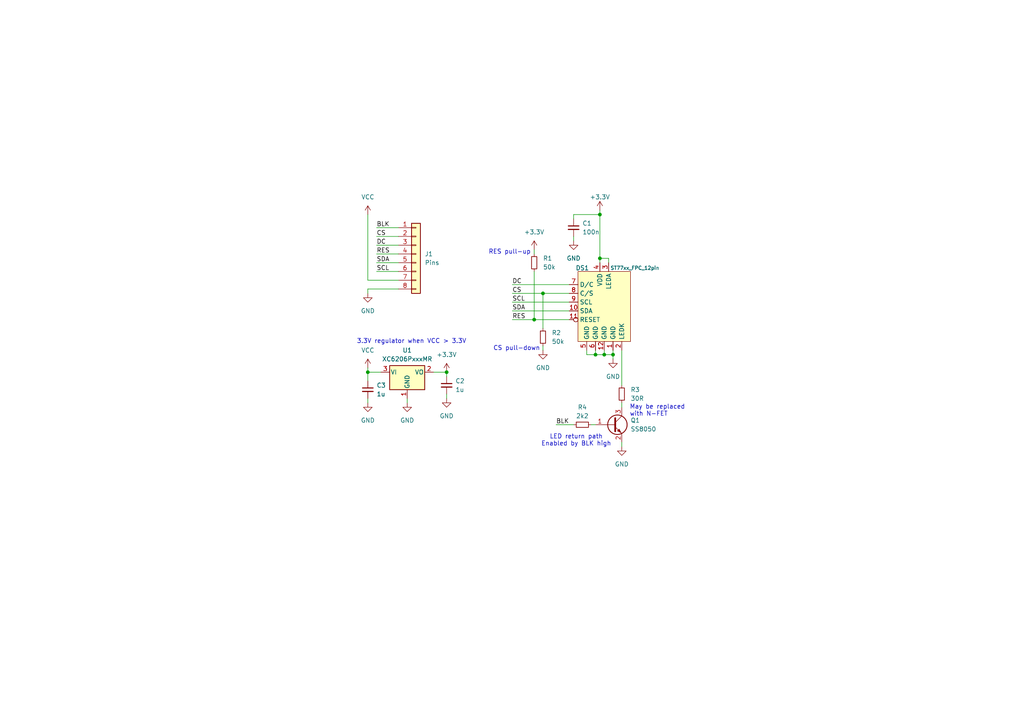
<source format=kicad_sch>
(kicad_sch (version 20250114) (generator "eeschema") (generator_version "9.0")
  (paper "A4")
  (lib_symbols
    (symbol "Connector_Generic:Conn_01x08" (pin_names (offset 1.016) (hide yes))
      (property "Reference" "J" (at 0 10.16 0))
      (property "Value" "Conn_01x08" (at 0 -12.7 0))
      (symbol "Conn_01x08_1_1"
        (rectangle (start -1.27 8.89) (end 1.27 -11.43) (stroke (width 0.254)) (fill (type background)))
        (rectangle (start -1.27 7.747) (end 0 7.493) (stroke (width 0.1524)))
        (rectangle (start -1.27 5.207) (end 0 4.953) (stroke (width 0.1524)))
        (rectangle (start -1.27 2.667) (end 0 2.413) (stroke (width 0.1524)))
        (rectangle (start -1.27 0.127) (end 0 -0.127) (stroke (width 0.1524)))
        (rectangle (start -1.27 -2.413) (end 0 -2.667) (stroke (width 0.1524)))
        (rectangle (start -1.27 -4.953) (end 0 -5.207) (stroke (width 0.1524)))
        (rectangle (start -1.27 -7.493) (end 0 -7.747) (stroke (width 0.1524)))
        (rectangle (start -1.27 -10.033) (end 0 -10.287) (stroke (width 0.1524)))
        (pin passive line (at -5.08 7.62 0) (length 3.81) (name "Pin_1") (number "1"))
        (pin passive line (at -5.08 5.08 0) (length 3.81) (name "Pin_2") (number "2"))
        (pin passive line (at -5.08 2.54 0) (length 3.81) (name "Pin_3") (number "3"))
        (pin passive line (at -5.08 0 0) (length 3.81) (name "Pin_4") (number "4"))
        (pin passive line (at -5.08 -2.54 0) (length 3.81) (name "Pin_5") (number "5"))
        (pin passive line (at -5.08 -5.08 0) (length 3.81) (name "Pin_6") (number "6"))
        (pin passive line (at -5.08 -7.62 0) (length 3.81) (name "Pin_7") (number "7"))
        (pin passive line (at -5.08 -10.16 0) (length 3.81) (name "Pin_8") (number "8"))
      )
    )
    (symbol "Device:C_Small" (pin_numbers (hide yes)) (pin_names (offset 0.254) (hide yes))
      (property "Reference" "C" (at 0.254 1.778 0))
      (property "Value" "C_Small" (at 0.254 -2.032 0))
      (symbol "C_Small_0_1"
        (polyline (pts (xy -1.524 0.508) (xy 1.524 0.508)) (stroke (width 0.3048)))
        (polyline (pts (xy -1.524 -0.508) (xy 1.524 -0.508)) (stroke (width 0.3302)))
      )
      (symbol "C_Small_1_1"
        (pin passive line (at 0 2.54 270) (length 2.032) (name "~") (number "1"))
        (pin passive line (at 0 -2.54 90) (length 2.032) (name "~") (number "2"))
      )
    )
    (symbol "Device:R_Small" (pin_numbers (hide yes)) (pin_names (offset 0.254) (hide yes))
      (property "Reference" "R" (at 0.762 0.508 0))
      (property "Value" "R_Small" (at 0.762 -1.016 0))
      (symbol "R_Small_0_1"
        (rectangle (start -0.762 1.778) (end 0.762 -1.778) (stroke (width 0.2032)))
      )
      (symbol "R_Small_1_1"
        (pin passive line (at 0 2.54 270) (length 0.762) (name "~") (number "1"))
        (pin passive line (at 0 -2.54 90) (length 0.762) (name "~") (number "2"))
      )
    )
    (symbol "Regulator_Linear:XC6206PxxxMR" (pin_names (offset 0.254))
      (property "Reference" "U" (at -3.81 3.175 0))
      (property "Value" "XC6206PxxxMR" (at 0 3.175 0))
      (symbol "XC6206PxxxMR_0_1"
        (rectangle (start -5.08 1.905) (end 5.08 -5.08) (stroke (width 0.254)) (fill (type background)))
      )
      (symbol "XC6206PxxxMR_1_1"
        (pin power_in line (at -7.62 0 0) (length 2.54) (name "VI") (number "3"))
        (pin power_in line (at 0 -7.62 90) (length 2.54) (name "GND") (number "1"))
        (pin power_out line (at 7.62 0 180) (length 2.54) (name "VO") (number "2"))
      )
    )
    (symbol "ST77xx_FPC:ST77xx_FPC_12pin"
      (property "Reference" "DS" (at -6.35 11.176 0))
      (property "Value" "ST77xx_FPC_12pin" (at 8.89 11.176 0))
      (symbol "ST77xx_FPC_12pin_1_1"
        (rectangle (start -7.62 10.16) (end 7.62 -10.16) (fill (type background)))
        (pin input line (at -10.16 6.35 0) (length 2.54) (name "D/C") (number "7"))
        (pin input line (at -10.16 3.81 0) (length 2.54) (name "C/S") (number "8"))
        (pin input line (at -10.16 1.27 0) (length 2.54) (name "SCL") (number "9"))
        (pin input line (at -10.16 -1.27 0) (length 2.54) (name "SDA") (number "10"))
        (pin input inverted (at -10.16 -3.81 0) (length 2.54) (name "RESET") (number "11"))
        (pin power_in line (at -5.08 -12.7 90) (length 2.54) (name "GND") (number "5"))
        (pin power_in line (at -2.54 -12.7 90) (length 2.54) (name "GND") (number "6"))
        (pin power_in line (at -1.27 12.7 270) (length 2.54) (name "VDD") (number "4"))
        (pin power_in line (at 0 -12.7 90) (length 2.54) (name "GND") (number "12"))
        (pin power_in line (at 1.27 12.7 270) (length 2.54) (name "LEDA") (number "3"))
        (pin power_in line (at 2.54 -12.7 90) (length 2.54) (name "GND") (number "1"))
        (pin passive line (at 5.08 -12.7 90) (length 2.54) (name "LEDK") (number "2"))
      )
    )
    (symbol "Transistor_BJT:SS8050" (pin_names (offset 0) (hide yes))
      (property "Reference" "Q" (at 5.08 1.905 0))
      (property "Value" "SS8050" (at 5.08 0 0))
      (symbol "SS8050_0_1"
        (polyline (pts (xy -2.54 0) (xy 0.635 0)))
        (polyline (pts (xy 0.635 1.905) (xy 0.635 -1.905)) (stroke (width 0.508)))
        (circle (center 1.27 0) (radius 2.8194) (stroke (width 0.254)))
      )
      (symbol "SS8050_1_1"
        (polyline (pts (xy 0.635 0.635) (xy 2.54 2.54)))
        (polyline (pts (xy 0.635 -0.635) (xy 2.54 -2.54)))
        (polyline (pts (xy 1.27 -1.778) (xy 1.778 -1.27) (xy 2.286 -2.286) (xy 1.27 -1.778)) (fill (type outline)))
        (pin input line (at -5.08 0 0) (length 2.54) (name "B") (number "1"))
        (pin passive line (at 2.54 5.08 270) (length 2.54) (name "C") (number "3"))
        (pin passive line (at 2.54 -5.08 90) (length 2.54) (name "E") (number "2"))
      )
    )
    (symbol "power:+3.3V" (power) (pin_names (offset 0))
      (property "Value" "+3.3V" (at 0 3.556 0))
      (symbol "+3.3V_0_1"
        (polyline (pts (xy -0.762 1.27) (xy 0 2.54)))
        (polyline (pts (xy 0 2.54) (xy 0.762 1.27)))
        (polyline (pts (xy 0 0) (xy 0 2.54)))
      )
      (symbol "+3.3V_1_1"
        (pin power_in line (at 0 0 90) (length 0) (hide yes) (name "+3.3V") (number "1"))
      )
    )
    (symbol "power:GND" (power) (pin_names (offset 0))
      (property "Value" "GND" (at 0 -3.81 0))
      (symbol "GND_0_1"
        (polyline (pts (xy 0 0) (xy 0 -1.27) (xy 1.27 -1.27) (xy 0 -2.54) (xy -1.27 -1.27) (xy 0 -1.27)))
      )
      (symbol "GND_1_1"
        (pin power_in line (at 0 0 270) (length 0) (hide yes) (name "GND") (number "1"))
      )
    )
    (symbol "power:VCC" (power) (pin_numbers (hide yes)) (pin_names (offset 0) (hide yes))
      (property "Value" "VCC" (at 0 3.556 0))
      (symbol "VCC_0_1"
        (polyline (pts (xy -0.762 1.27) (xy 0 2.54)))
        (polyline (pts (xy 0 2.54) (xy 0.762 1.27)))
        (polyline (pts (xy 0 0) (xy 0 2.54)))
      )
      (symbol "VCC_1_1"
        (pin power_in line (at 0 0 90) (length 0) (name "~") (number "1"))
      )
    )
  )
  (text "RES pull-up" (at 147.828 73.152 0) (effects (font (size 1.27 1.27))))
  (text "LED return path\nEnabled by BLK high" (at 167.132 127.762 0) (effects (font (size 1.27 1.27))))
  (text "May be replaced \nwith N-FET" (at 182.626 119.126 0) (effects (font (size 1.27 1.27)) (justify left)))
  (text "CS pull-down" (at 149.86 101.092 0) (effects (font (size 1.27 1.27))))
  (text "3.3V regulator when VCC > 3.3V" (at 119.38 99.06 0) (effects (font (size 1.27 1.27))))
  (junction (at 172.72 102.87))
  (junction (at 175.26 102.87))
  (junction (at 154.94 92.71))
  (junction (at 157.48 85.09))
  (junction (at 177.8 102.87))
  (junction (at 129.54 107.95))
  (junction (at 106.68 107.95))
  (junction (at 173.99 62.23))
  (junction (at 173.99 74.93))
  (wire (pts (xy 176.53 74.93) (xy 176.53 76.2)))
  (wire (pts (xy 157.48 85.09) (xy 165.1 85.09)))
  (wire (pts (xy 166.37 63.5) (xy 166.37 62.23)))
  (wire (pts (xy 154.94 72.39) (xy 154.94 73.66)))
  (wire (pts (xy 109.22 68.58) (xy 115.57 68.58)))
  (wire (pts (xy 106.68 83.82) (xy 115.57 83.82)))
  (wire (pts (xy 180.34 101.6) (xy 180.34 111.76)))
  (wire (pts (xy 106.68 106.68) (xy 106.68 107.95)))
  (wire (pts (xy 109.22 76.2) (xy 115.57 76.2)))
  (wire (pts (xy 109.22 66.04) (xy 115.57 66.04)))
  (wire (pts (xy 106.68 107.95) (xy 110.49 107.95)))
  (wire (pts (xy 173.99 62.23) (xy 173.99 74.93)))
  (wire (pts (xy 165.1 82.55) (xy 148.59 82.55)))
  (wire (pts (xy 166.37 69.85) (xy 166.37 68.58)))
  (wire (pts (xy 129.54 107.95) (xy 129.54 109.22)))
  (wire (pts (xy 166.37 62.23) (xy 173.99 62.23)))
  (wire (pts (xy 157.48 85.09) (xy 157.48 95.25)))
  (wire (pts (xy 165.1 90.17) (xy 148.59 90.17)))
  (wire (pts (xy 148.59 92.71) (xy 154.94 92.71)))
  (wire (pts (xy 106.68 115.57) (xy 106.68 116.84)))
  (wire (pts (xy 173.99 74.93) (xy 176.53 74.93)))
  (wire (pts (xy 157.48 100.33) (xy 157.48 101.6)))
  (wire (pts (xy 154.94 92.71) (xy 165.1 92.71)))
  (wire (pts (xy 180.34 116.84) (xy 180.34 118.11)))
  (wire (pts (xy 172.72 101.6) (xy 172.72 102.87)))
  (wire (pts (xy 171.45 123.19) (xy 172.72 123.19)))
  (wire (pts (xy 109.22 78.74) (xy 115.57 78.74)))
  (wire (pts (xy 106.68 81.28) (xy 115.57 81.28)))
  (wire (pts (xy 109.22 73.66) (xy 115.57 73.66)))
  (wire (pts (xy 170.18 102.87) (xy 170.18 101.6)))
  (wire (pts (xy 106.68 62.23) (xy 106.68 81.28)))
  (wire (pts (xy 161.29 123.19) (xy 166.37 123.19)))
  (wire (pts (xy 175.26 102.87) (xy 175.26 101.6)))
  (wire (pts (xy 173.99 60.96) (xy 173.99 62.23)))
  (wire (pts (xy 106.68 85.09) (xy 106.68 83.82)))
  (wire (pts (xy 172.72 102.87) (xy 170.18 102.87)))
  (wire (pts (xy 173.99 74.93) (xy 173.99 76.2)))
  (wire (pts (xy 177.8 102.87) (xy 177.8 104.14)))
  (wire (pts (xy 129.54 114.3) (xy 129.54 115.57)))
  (wire (pts (xy 177.8 102.87) (xy 175.26 102.87)))
  (wire (pts (xy 177.8 102.87) (xy 177.8 101.6)))
  (wire (pts (xy 148.59 85.09) (xy 157.48 85.09)))
  (wire (pts (xy 125.73 107.95) (xy 129.54 107.95)))
  (wire (pts (xy 118.11 115.57) (xy 118.11 116.84)))
  (wire (pts (xy 172.72 102.87) (xy 175.26 102.87)))
  (wire (pts (xy 109.22 71.12) (xy 115.57 71.12)))
  (wire (pts (xy 106.68 107.95) (xy 106.68 110.49)))
  (wire (pts (xy 165.1 87.63) (xy 148.59 87.63)))
  (wire (pts (xy 154.94 78.74) (xy 154.94 92.71)))
  (wire (pts (xy 180.34 128.27) (xy 180.34 129.54)))
  (label "SDA" (at 109.22 76.2 0))
  (label "BLK" (at 109.22 66.04 0))
  (label "SDA" (at 148.59 90.17 0))
  (label "SCL" (at 148.59 87.63 0))
  (label "DC" (at 109.22 71.12 0))
  (label "RES" (at 109.22 73.66 0))
  (label "BLK" (at 161.29 123.19 0))
  (label "CS" (at 148.59 85.09 0))
  (label "RES" (at 148.59 92.71 0))
  (label "CS" (at 109.22 68.58 0))
  (label "DC" (at 148.59 82.55 0))
  (label "SCL" (at 109.22 78.74 0))
  (symbol (lib_id "power:+3.3V") (at 173.99 60.96 0) (unit 1)
    (property "Reference" "#PWR01" (effects (hide yes)))
    (property "Value" "+3.3V" (at 173.99 57.15 0))
  )
  (symbol (lib_id "power:GND") (at 118.11 116.84 0) (unit 1)
    (property "Reference" "#PWR011" (effects (hide yes)))
    (property "Value" "GND" (at 118.11 121.92 0))
  )
  (symbol (lib_id "ST77xx_FPC:ST77xx_FPC_12pin") (at 175.26 88.9 0) (unit 1)
    (property "Reference" "DS1" (at 168.91 77.724 0))
    (property "Value" "ST77xx_FPC_12pin" (at 184.15 77.724 0) (effects (font (size 1.016 1.016))))
    (property "Footprint" "ST77xx_FPC:ST77XX_FPC_12pin_0.8mm_Solder" (effects (hide yes)))
    (property "Description" "ST77xx display FPC/FFC 12pin connector" (effects (hide yes)))
  )
  (symbol (lib_id "Device:R_Small") (at 168.91 123.19 90) (unit 1)
    (property "Reference" "R4" (at 168.91 118.11 90))
    (property "Value" "2k2" (at 168.91 120.65 90))
    (property "Footprint" "Resistor_SMD:R_0603_1608Metric" (effects (hide yes)))
    (property "Description" "Resistor, small symbol" (effects (hide yes)))
  )
  (symbol (lib_id "Device:R_Small") (at 154.94 76.2 0) (unit 1)
    (property "Reference" "R1" (at 157.48 74.9299 0) (effects (justify left)))
    (property "Value" "50k" (at 157.48 77.4699 0) (effects (justify left)))
    (property "Footprint" "Resistor_SMD:R_0603_1608Metric" (effects (hide yes)))
    (property "Description" "Resistor, small symbol" (effects (hide yes)))
  )
  (symbol (lib_id "power:GND") (at 106.68 85.09 0) (unit 1)
    (property "Reference" "#PWR05" (effects (hide yes)))
    (property "Value" "GND" (at 106.68 90.17 0))
  )
  (symbol (lib_id "Regulator_Linear:XC6206PxxxMR") (at 118.11 107.95 0) (unit 1)
    (property "Reference" "U1" (at 118.11 101.6 0))
    (property "Value" "XC6206PxxxMR" (at 118.11 104.14 0))
    (property "Footprint" "Package_TO_SOT_SMD:SOT-23-3" (effects (hide yes)))
    (property "Datasheet" "https://www.torexsemi.com/file/xc6206/XC6206.pdf" (effects (hide yes)))
  )
  (symbol (lib_id "Connector_Generic:Conn_01x08") (at 120.65 73.66 0) (unit 1)
    (property "Reference" "J1" (at 123.19 73.66 0) (effects (justify left)))
    (property "Value" "Pins" (at 123.19 76.2 0) (effects (justify left)))
    (property "Footprint" "Connector_PinHeader_2.54mm:PinHeader_1x08_P2.54mm_Vertical" (effects (hide yes)))
  )
  (symbol (lib_id "Device:C_Small") (at 129.54 111.76 0) (unit 1)
    (property "Reference" "C2" (at 132.08 110.4962 0) (effects (justify left)))
    (property "Value" "1u" (at 132.08 113.0362 0) (effects (justify left)))
    (property "Footprint" "Capacitor_SMD:C_0603_1608Metric" (effects (hide yes)))
    (property "Description" "Unpolarized capacitor, small symbol" (effects (hide yes)))
  )
  (symbol (lib_id "power:GND") (at 157.48 101.6 0) (unit 1)
    (property "Reference" "#PWR06" (effects (hide yes)))
    (property "Value" "GND" (at 157.48 106.68 0))
  )
  (symbol (lib_id "power:VCC") (at 106.68 62.23 0) (unit 1)
    (property "Reference" "#PWR02" (effects (hide yes)))
    (property "Value" "VCC" (at 106.68 57.15 0))
    (property "Description" "Power symbol creates a global label with name \"VCC\"" (effects (hide yes)))
  )
  (symbol (lib_id "power:+3.3V") (at 154.94 72.39 0) (unit 1)
    (property "Reference" "#PWR04" (effects (hide yes)))
    (property "Value" "+3.3V" (at 154.94 67.31 0))
  )
  (symbol (lib_id "power:GND") (at 129.54 115.57 0) (unit 1)
    (property "Reference" "#PWR09" (effects (hide yes)))
    (property "Value" "GND" (at 129.54 120.65 0))
  )
  (symbol (lib_id "Device:C_Small") (at 106.68 113.03 0) (unit 1)
    (property "Reference" "C3" (at 109.22 111.7662 0) (effects (justify left)))
    (property "Value" "1u" (at 109.22 114.3062 0) (effects (justify left)))
    (property "Footprint" "Capacitor_SMD:C_0603_1608Metric" (effects (hide yes)))
    (property "Description" "Unpolarized capacitor, small symbol" (effects (hide yes)))
  )
  (symbol (lib_id "power:GND") (at 166.37 69.85 0) (unit 1)
    (property "Reference" "#PWR03" (effects (hide yes)))
    (property "Value" "GND" (at 166.37 74.93 0))
  )
  (symbol (lib_id "Transistor_BJT:SS8050") (at 177.8 123.19 0) (unit 1)
    (property "Reference" "Q1" (at 182.88 121.9199 0) (effects (justify left)))
    (property "Value" "SS8050" (at 182.88 124.4599 0) (effects (justify left)))
    (property "Footprint" "Package_TO_SOT_SMD:SOT-23" (effects (hide yes)))
    (property "Datasheet" "http://www.secosgmbh.com/datasheet/products/SSMPTransistor/SOT-23/SS8050.pdf" (effects (hide yes)))
    (property "Description" "General Purpose NPN Transistor, 1.5A Ic, 25V Vce, SOT-23" (effects (hide yes)))
  )
  (symbol (lib_id "Device:R_Small") (at 157.48 97.79 0) (unit 1)
    (property "Reference" "R2" (at 160.02 96.5199 0) (effects (justify left)))
    (property "Value" "50k" (at 160.02 99.0599 0) (effects (justify left)))
    (property "Footprint" "Resistor_SMD:R_0603_1608Metric" (effects (hide yes)))
    (property "Description" "Resistor, small symbol" (effects (hide yes)))
  )
  (symbol (lib_id "Device:C_Small") (at 166.37 66.04 0) (unit 1)
    (property "Reference" "C1" (at 168.91 64.7762 0) (effects (justify left)))
    (property "Value" "100n" (at 168.91 67.3162 0) (effects (justify left)))
    (property "Footprint" "Capacitor_SMD:C_0603_1608Metric" (effects (hide yes)))
    (property "Description" "Unpolarized capacitor, small symbol" (effects (hide yes)))
  )
  (symbol (lib_id "power:GND") (at 177.8 104.14 0) (unit 1)
    (property "Reference" "#PWR013" (effects (hide yes)))
    (property "Value" "GND" (at 177.8 109.22 0))
  )
  (symbol (lib_id "power:GND") (at 106.68 116.84 0) (unit 1)
    (property "Reference" "#PWR010" (effects (hide yes)))
    (property "Value" "GND" (at 106.68 121.92 0))
  )
  (symbol (lib_id "power:VCC") (at 106.68 106.68 0) (unit 1)
    (property "Reference" "#PWR07" (effects (hide yes)))
    (property "Value" "VCC" (at 106.68 101.6 0))
    (property "Description" "Power symbol creates a global label with name \"VCC\"" (effects (hide yes)))
  )
  (symbol (lib_id "power:GND") (at 180.34 129.54 0) (unit 1)
    (property "Reference" "#PWR012" (effects (hide yes)))
    (property "Value" "GND" (at 180.34 134.62 0))
  )
  (symbol (lib_id "power:+3.3V") (at 129.54 107.95 0) (unit 1)
    (property "Reference" "#PWR08" (effects (hide yes)))
    (property "Value" "+3.3V" (at 129.54 102.87 0))
  )
  (symbol (lib_id "Device:R_Small") (at 180.34 114.3 0) (unit 1)
    (property "Reference" "R3" (at 182.88 113.0299 0) (effects (justify left)))
    (property "Value" "30R" (at 182.88 115.5699 0) (effects (justify left)))
    (property "Footprint" "Resistor_SMD:R_0603_1608Metric" (effects (hide yes)))
    (property "Description" "Resistor, small symbol" (effects (hide yes)))
  )
)
</source>
